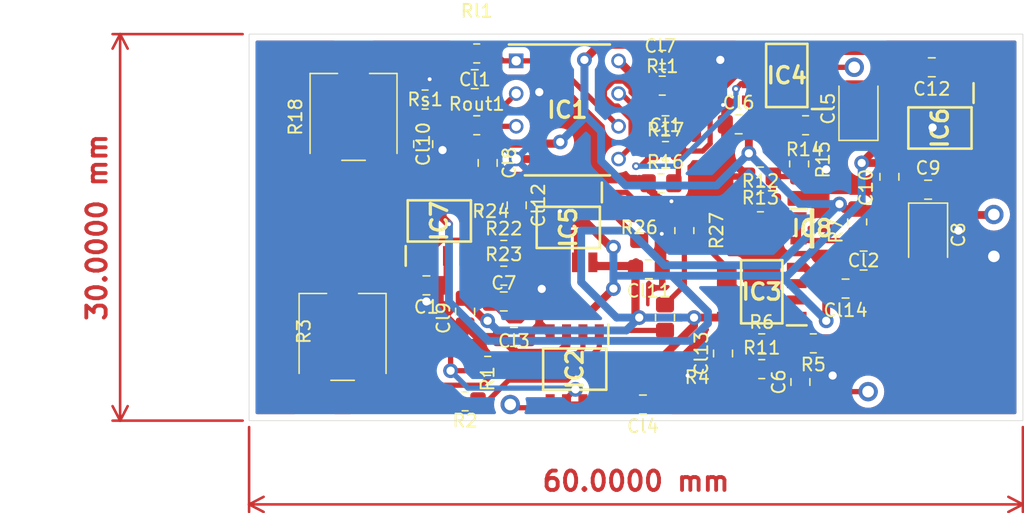
<source format=kicad_pcb>
(kicad_pcb (version 20240108) (generator "pcbnew") (generator_version "8.0")
  (layers (0 "F.Cu" signal) (31 "B.Cu" signal) (34 "B.Paste" user) (35 "F.Paste" user) (36 "B.SilkS" user "B.Silkscreen") (37 "F.SilkS" user "F.Silkscreen") (38 "B.Mask" user) (39 "F.Mask" user) (44 "Edge.Cuts" user))
  (net 0 "")
  (net 1 "V+")
  (net 2 "Uout")
  (net 3 "Net-(R2-Pad2)")
  (net 4 "Net-(R12-Pad2)")
  (net 5 "Net-(R18-Pad1)")
  (net 6 "2,5V")
  (net 7 "Uy")
  (net 8 "GND")
  (net 9 "V-")
  (net 10 "Ux")
  (net 11 "Net-(IC1-IOUT)")
  (net 12 "Net-(IC1-RC)")
  (net 13 "Net-(IC1-IREF)")
  (net 14 "Net-(IC1-FOUT)")
  (net 15 "Net-(IC5-INVERTING_INPUT_2)")
  (net 16 "Net-(IC5-OUTPUT_2)")
  (net 17 "Net-(IC1-COMPIN)")
  (net 18 "Net-(IC2-INVERTING_INPUT_2)")
  (net 19 "Net-(IC2-INVERTING_INPUT_1)")
  (net 22 "Net-(IC3-NON-INVERTING_INPUT_2)")
  (net 24 "Net-(IC3-INVERTING_INPUT_2)")
  (net 25 "Net-(IC3-OUTPUT_2)")
  (net 26 "Net-(IC4-INVERTING_INPUT_1)")
  (net 27 "Net-(IC4-INVERTING_INPUT_2)")
  (net 28 "Net-(IC4-NON-INVERTING_INPUT_2)")
  (net 29 "Net-(IC5-INVERTING_INPUT_1)")
  (net 30 "Net-(IC5-OUTPUT_1)")
  (net 31 "Net-(IC2-OUTPUT_1)")
  (net 32 "Net-(IC7-D)")
  (net 33 "Net-(IC6-CAP+)")
  (net 34 "Net-(IC6-CAP-)")
  (net 39 "Net-(IC7-S1)")
  (footprint "Capacitor_SMD:C_0805_2012Metric_Pad1.18x1.45mm_HandSolder" (layer "F.Cu") (at 85.5 91.0375 90)
    (property "Reference" "Cl9")
    (property "Value" "100n")
  )
  (footprint "Resistor_SMD:R_0805_2012Metric_Pad1.20x1.40mm_HandSolder" (layer "F.Cu") (at 101.0375 78.575)
    (property "Reference" "R17")
    (property "Value" "100k")
  )
  (footprint "Resistor_SMD:R_0805_2012Metric_Pad1.20x1.40mm_HandSolder" (layer "F.Cu") (at 108.4 80.555 180)
    (property "Reference" "R13")
    (property "Value" "820")
  )
  (footprint "Resistor_SMD:R_0805_2012Metric_Pad1.20x1.40mm_HandSolder" (layer "F.Cu") (at 87.25 95.25)
    (property "Reference" "R1")
    (property "Value" "100k")
  )
  (footprint "Resistor_SMD:R_0805_2012Metric_Pad1.20x1.40mm_HandSolder" (layer "F.Cu") (at 108.5 95.5)
    (property "Reference" "R11")
    (property "Value" "10k")
  )
  (footprint "Capacitor_SMD:C_0805_2012Metric_Pad1.18x1.45mm_HandSolder" (layer "F.Cu") (at 111.5 96.5 90)
    (property "Reference" "C6")
    (property "Value" "100n")
  )
  (footprint "Capacitor_SMD:C_0805_2012Metric_Pad1.18x1.45mm_HandSolder" (layer "F.Cu") (at 99.75 87.75 180)
    (property "Reference" "Cl11")
    (property "Value" "100u")
  )
  (footprint "Resistor_SMD:R_0805_2012Metric_Pad1.20x1.40mm_HandSolder" (layer "F.Cu") (at 86.4 71)
    (property "Reference" "Rl1")
    (property "Value" "33k")
  )
  (footprint "Capacitor_SMD:C_0805_2012Metric_Pad1.18x1.45mm_HandSolder" (layer "F.Cu") (at 115 89.25 180)
    (property "Reference" "Cl14")
    (property "Value" "100u")
  )
  (footprint "Capacitor_SMD:C_0805_2012Metric_Pad1.18x1.45mm_HandSolder" (layer "F.Cu") (at 101.0375 76.575 180)
    (property "Reference" "Ct1")
    (property "Value" "1u")
  )
  (footprint "Resistor_SMD:R_0805_2012Metric_Pad1.20x1.40mm_HandSolder" (layer "F.Cu") (at 111.4 79.575 -90)
    (property "Reference" "R15")
    (property "Value" "100k")
  )
  (footprint "Resistor_SMD:R_0805_2012Metric_Pad1.20x1.40mm_HandSolder" (layer "F.Cu") (at 99 84.5 90)
    (property "Reference" "R26")
    (property "Value" "10k")
  )
  (footprint "Capacitor_SMD:C_0805_2012Metric_Pad1.18x1.45mm_HandSolder" (layer "F.Cu") (at 121.6875 72.075 180)
    (property "Reference" "C12")
    (property "Value" "10u")
  )
  (footprint "Resistor_SMD:R_0805_2012Metric_Pad1.20x1.40mm_HandSolder" (layer "F.Cu") (at 87.5 83.25 -90)
    (property "Reference" "R24")
    (property "Value" "10k")
  )
  (footprint "Potentiometer_SMD:Potentiometer_ACP_CA6-VSMD_Vertical" (layer "F.Cu") (at 76 93 90)
    (property "Reference" "R3")
    (property "Value" "R_Variable")
  )
  (footprint "Resistor_SMD:R_0805_2012Metric_Pad1.20x1.40mm_HandSolder" (layer "F.Cu") (at 88.5 88.25)
    (property "Reference" "R23")
    (property "Value" "100k")
  )
  (footprint "DG419:SOIC127P600X175-8N" (layer "F.Cu") (at 122.32 76.787 -90)
    (property "Reference" "IC6")
    (property "Value" "ICL7660AIBAZA" (hide yes))
  )
  (footprint "Capacitor_SMD:C_0805_2012Metric_Pad1.18x1.45mm_HandSolder" (layer "F.Cu") (at 82.25 78.0375 -90)
    (property "Reference" "Cl10")
    (property "Value" "100n")
  )
  (footprint "Capacitor_SMD:C_0805_2012Metric_Pad1.18x1.45mm_HandSolder" (layer "F.Cu") (at 89.2875 93)
    (property "Reference" "Cl3")
    (property "Value" "100u")
  )
  (footprint "Capacitor_SMD:C_0805_2012Metric_Pad1.18x1.45mm_HandSolder" (layer "F.Cu") (at 99.2875 98.25 180)
    (property "Reference" "Cl4")
    (property "Value" "100u")
  )
  (footprint "Capacitor_SMD:C_0805_2012Metric_Pad1.18x1.45mm_HandSolder" (layer "F.Cu") (at 106.7125 76.5)
    (property "Reference" "Cl6")
    (property "Value" "100n")
  )
  (footprint "LM331:DIP794W53P254L959H508Q8N" (layer "F.Cu") (at 93.43 75.385)
    (property "Reference" "IC1")
    (property "Value" "LM331N_NOPB" (hide yes))
  )
  (footprint "Capacitor_SMD:C_0805_2012Metric_Pad1.18x1.45mm_HandSolder" (layer "F.Cu") (at 100.7875 71.5)
    (property "Reference" "Cl7")
    (property "Value" "100n")
  )
  (footprint "Capacitor_SMD:C_0805_2012Metric_Pad1.18x1.45mm_HandSolder" (layer "F.Cu") (at 87.25 79.5 -90)
    (property "Reference" "Cl8")
    (property "Value" "100n")
  )
  (footprint "Resistor_SMD:R_0805_2012Metric_Pad1.20x1.40mm_HandSolder" (layer "F.Cu") (at 102.5 84.75 -90)
    (property "Reference" "R27")
    (property "Value" "100k")
  )
  (footprint "Resistor_SMD:R_0805_2012Metric_Pad1.20x1.40mm_HandSolder" (layer "F.Cu") (at 115.9 84.075 90)
    (property "Reference" "R7")
    (property "Value" "820")
  )
  (footprint "Capacitor_Tantalum_SMD:CP_EIA-3528-21_Kemet-B" (layer "F.Cu") (at 121.4 85.075 -90)
    (property "Reference" "C8")
    (property "Value" "100u")
  )
  (footprint "DG419:SOIC127P600X175-8N" (layer "F.Cu") (at 93.5 84.5 -90)
    (property "Reference" "IC5")
    (property "Value" "TS912IDT" (hide yes))
  )
  (footprint "Capacitor_Tantalum_SMD:CP_EIA-3528-21_Kemet-B" (layer "F.Cu") (at 116 75.2875 90)
    (property "Reference" "Cl5")
    (property "Value" "100n")
  )
  (footprint "Capacitor_SMD:C_0805_2012Metric_Pad1.18x1.45mm_HandSolder" (layer "F.Cu") (at 88.5 90.25)
    (property "Reference" "C7")
    (property "Value" "2.2n")
  )
  (footprint "Potentiometer_SMD:Potentiometer_ACP_CA6-VSMD_Vertical" (layer "F.Cu") (at 76.85 75.925 90)
    (property "Reference" "R18")
    (property "Value" "R_Variable")
  )
  (footprint "DG419:SOIC127P600X175-8N" (layer "F.Cu") (at 83.5 84 90)
    (property "Reference" "IC7")
    (property "Value" "DG419DY-T1-E3" (hide yes))
  )
  (footprint "Resistor_SMD:R_0805_2012Metric_Pad1.20x1.40mm_HandSolder" (layer "F.Cu") (at 111.9 76.575 180)
    (property "Reference" "R14")
    (property "Value" "100k")
  )
  (footprint "Resistor_SMD:R_0805_2012Metric_Pad1.20x1.40mm_HandSolder" (layer "F.Cu") (at 85.5 98 180)
    (property "Reference" "R2")
    (property "Value" "20k")
  )
  (footprint "Resistor_SMD:R_0805_2012Metric_Pad1.20x1.40mm_HandSolder" (layer "F.Cu") (at 86.4 76.575)
    (property "Reference" "Rout1")
    (property "Value" "10k")
  )
  (footprint "Resistor_SMD:R_0805_2012Metric_Pad1.20x1.40mm_HandSolder" (layer "F.Cu") (at 88.5 86.25)
    (property "Reference" "R22")
    (property "Value" "11k")
  )
  (footprint "Capacitor_SMD:C_0805_2012Metric_Pad1.18x1.45mm_HandSolder" (layer "F.Cu") (at 82.5 89 180)
    (property "Reference" "C1")
    (property "Value" "200p")
  )
  (footprint "DG419:SOIC127P600X175-8N" (layer "F.Cu") (at 108.5 89.5 180)
    (property "Reference" "IC3")
    (property "Value" "TS912IDT" (hide yes))
  )
  (footprint "DG419:SOIC127P600X175-8N" (layer "F.Cu") (at 110.442 72.71 180)
    (property "Reference" "IC4")
    (property "Value" "TS912IDT" (hide yes))
  )
  (footprint "Capacitor_SMD:C_0805_2012Metric_Pad1.18x1.45mm_HandSolder" (layer "F.Cu") (at 118.4 80.575 90)
    (property "Reference" "C10")
    (property "Value" "10u")
  )
  (footprint "Resistor_SMD:R_0805_2012Metric_Pad1.20x1.40mm_HandSolder" (layer "F.Cu") (at 101 91.5 -90)
    (property "Reference" "R4")
    (property "Value" "100k")
  )
  (footprint "Resistor_SMD:R_0805_2012Metric_Pad1.20x1.40mm_HandSolder" (layer "F.Cu") (at 100.7875 73.5 180)
    (property "Reference" "Rt1")
    (property "Value" "3.3k")
  )
  (footprint "TL431:SOT95P237X112-3N" (layer "F.Cu") (at 112.4 84.575)
    (property "Reference" "IC8")
    (property "Value" "TL431BIDBZR" (hide yes))
  )
  (footprint "Capacitor_SMD:C_0805_2012Metric_Pad1.18x1.45mm_HandSolder" (layer "F.Cu") (at 116.4 87.075 180)
    (property "Reference" "Cl2")
    (property "Value" "4.7u")
  )
  (footprint "Resistor_SMD:R_0805_2012Metric_Pad1.20x1.40mm_HandSolder" (layer "F.Cu") (at 108.4 82.555)
    (property "Reference" "R12")
    (property "Value" "9.1k")
  )
  (footprint "DG419:SOIC127P600X175-8N" (layer "F.Cu") (at 94 95.5 -90)
    (property "Reference" "IC2")
    (property "Value" "TS912IDT" (hide yes))
  )
  (footprint "Resistor_SMD:R_0805_2012Metric_Pad1.20x1.40mm_HandSolder" (layer "F.Cu") (at 82.4 74.575)
    (property "Reference" "Rs1")
    (property "Value" "100k")
  )
  (footprint "Capacitor_SMD:C_0805_2012Metric_Pad1.18x1.45mm_HandSolder" (layer "F.Cu") (at 89.5 82.7875 -90)
    (property "Reference" "Cl12")
    (property "Value" "100u")
  )
  (footprint "Capacitor_SMD:C_0805_2012Metric_Pad1.18x1.45mm_HandSolder" (layer "F.Cu") (at 86.25 73 180)
    (property "Reference" "Cl1")
    (property "Value" "1u")
  )
  (footprint "Capacitor_SMD:C_0805_2012Metric_Pad1.18x1.45mm_HandSolder" (layer "F.Cu") (at 105.5 94.2875 90)
    (property "Reference" "Cl13")
    (property "Value" "100u")
  )
  (footprint "Resistor_SMD:R_0805_2012Metric_Pad1.20x1.40mm_HandSolder" (layer "F.Cu") (at 112.5 93.5 180)
    (property "Reference" "R5")
    (property "Value" "100k")
  )
  (footprint "Capacitor_SMD:C_0805_2012Metric_Pad1.18x1.45mm_HandSolder" (layer "F.Cu") (at 121.4 81.575)
    (property "Reference" "C9")
    (property "Value" "200n")
  )
  (footprint "Resistor_SMD:R_0805_2012Metric_Pad1.20x1.40mm_HandSolder" (layer "F.Cu") (at 108.5 93.5)
    (property "Reference" "R6")
    (property "Value" "100k")
  )
  (footprint "Resistor_SMD:R_0805_2012Metric_Pad1.20x1.40mm_HandSolder" (layer "F.Cu") (at 100.6875 81.075)
    (property "Reference" "R16")
    (property "Value" "100k")
  )
  (gr_rect (start 68.75 69.5) (end 128.75 99.5) (stroke (width 0.05)) (fill none) (layer "Edge.Cuts"))
  (dimension (type aligned) (layer "F.Cu") (pts (xy 68.75 69.5) (xy 68.75 99.5)) (height 10) (gr_text "30,0000 mm" (at 56.95 84.5 90) (layer "F.Cu") (effects (font (size 1.5 1.5) (thickness 0.3)))) (format (prefix "") (suffix "") (units 3) (units_format 1) (precision 4)) (style (thickness 0.2) (arrow_length 1.27) (text_position_mode 0) (extension_height 0.58642) (extension_offset 0.5) keep_text_aligned))
  (dimension (type aligned) (layer "F.Cu") (pts (xy 68.75 99.5) (xy 128.75 99.5)) (height 6.5) (gr_text "60,0000 mm" (at 98.75 104.2 0) (layer "F.Cu") (effects (font (size 1.5 1.5) (thickness 0.3)))) (format (prefix "") (suffix "") (units 3) (units_format 1) (precision 4)) (style (thickness 0.2) (arrow_length 1.27) (text_position_mode 0) (extension_height 0.58642) (extension_offset 0.5) keep_text_aligned))
  (segment (start 96.962 98.212) (end 95.905 98.212) (width 0.6096) (layer "F.Cu") (net 1))
  (segment (start 105.788 92.962) (end 105.5 93.25) (width 0.2) (layer "F.Cu") (net 1))
  (segment (start 120.9375 83.5375) (end 120.475 83.075) (width 0.2) (layer "F.Cu") (net 1))
  (segment (start 95.693 87.5) (end 98.4615 87.5) (width 0.635) (layer "F.Cu") (net 1))
  (segment (start 85.3625 77.1125) (end 85.3625 76.6125) (width 0.635) (layer "F.Cu") (net 1))
  (segment (start 126.4625 83.5375) (end 126.5 83.5) (width 0.2) (layer "F.Cu") (net 1))
  (segment (start 121.4 83.5375) (end 120.9375 83.5375) (width 0.2) (layer "F.Cu") (net 1))
  (segment (start 92.75 78) (end 87.7125 78) (width 0.635) (layer "F.Cu") (net 1))
  (segment (start 121.4 83.5375) (end 122.4375 82.5) (width 0.6096) (layer "F.Cu") (net 1))
  (segment (start 98.7125 87.75) (end 98.7125 91.2125) (width 0.635) (layer "F.Cu") (net 1))
  (segment (start 99.25 71) (end 99.75 71.5) (width 0.635) (layer "F.Cu") (net 1))
  (segment (start 107.5 74.845) (end 107.73 74.615) (width 0.6096) (layer "F.Cu") (net 1))
  (segment (start 99.75 73.725) (end 99.725 73.75) (width 0.4064) (layer "F.Cu") (net 1))
  (segment (start 121.4 83.5375) (end 126.4625 83.5375) (width 0.6096) (layer "F.Cu") (net 1))
  (segment (start 87.058375 91.746499) (end 85.5 90.188124) (width 0.6096) (layer "F.Cu") (net 1))
  (segment (start 95.405 87.212) (end 95.693 87.5) (width 0.635) (layer "F.Cu") (net 1))
  (segment (start 116.3625 83.5375) (end 115.9 83.075) (width 0.2) (layer "F.Cu") (net 1))
  (segment (start 96.117 98) (end 95.905 98.212) (width 0.2) (layer "F.Cu") (net 1))
  (segment (start 107.7275 74.6125) (end 107.73 74.615) (width 0.2) (layer "F.Cu") (net 1))
  (segment (start 85.3625 76.6125) (end 85.4 76.575) (width 0.2) (layer "F.Cu") (net 1))
  (segment (start 85.5 90) (end 85.5 86.807) (width 0.6096) (layer "F.Cu") (net 1))
  (segment (start 99.874376 95.5) (end 97.25 95.5) (width 0.6096) (layer "F.Cu") (net 1))
  (segment (start 122.4375 82.5) (end 122.4375 81.575) (width 0.6096) (layer "F.Cu") (net 1))
  (segment (start 124.225 79.499) (end 124.225 79.7875) (width 0.2) (layer "F.Cu") (net 1))
  (segment (start 87.25 78.25) (end 86.5 78.25) (width 0.635) (layer "F.Cu") (net 1))
  (segment (start 99.6875 73.5375) (end 99.725 73.575) (width 0.2) (layer "F.Cu") (net 1))
  (segment (start 86.5 78.25) (end 85.3625 77.1125) (width 0.635) (layer "F.Cu") (net 1))
  (segment (start 99.75 72.75) (end 99.75 73.725) (width 0.635) (layer "F.Cu") (net 1))
  (segment (start 97 98.25) (end 96.962 98.212) (width 0.6096) (layer "F.Cu") (net 1))
  (segment (start 115.9 83.075) (end 114.9125 83.075) (width 0.6096) (layer "F.Cu") (net 1))
  (segment (start 105.788 91.405) (end 105.788 92.962) (width 0.635) (layer "F.Cu") (net 1))
  (segment (start 107.5 76.75) (end 107.75 76.5) (width 0.6096) (layer "F.Cu") (net 1))
  (segment (start 99.75 71.5) (end 99.75 72.75) (width 0.635) (layer "F.Cu") (net 1))
  (segment (start 85.5 86.807) (end 85.405 86.712) (width 0.6096) (layer "F.Cu") (net 1))
  (segment (start 120.475 83.075) (end 115.9 83.075) (width 0.6096) (layer "F.Cu") (net 1))
  (segment (start 94.75 71.5) (end 95.9325 70.3175) (width 0.635) (layer "F.Cu") (net 1))
  (segment (start 124.225 81.275) (end 123.925 81.575) (width 0.6096) (layer "F.Cu") (net 1))
  (segment (start 105.693 91.5) (end 105.788 91.405) (width 0.6096) (layer "F.Cu") (net 1))
  (segment (start 98.575 72.75) (end 97.4 71.575) (width 0.635) (layer "F.Cu") (net 1))
  (segment (start 97.25 95.5) (end 97.25 98) (width 0.6096) (layer "F.Cu") (net 1))
  (segment (start 124.225 79.7875) (end 124.225 81.275) (width 0.6096) (layer "F.Cu") (net 1))
  (segment (start 97.25 98) (end 97 98.25) (width 0.6096) (layer "F.Cu") (net 1))
  (segment (start 107.75 76.5) (end 107.75 74.635) (width 0.6096) (layer "F.Cu") (net 1))
  (segment (start 99.75 72.75) (end 98.575 72.75) (width 0.635) (layer "F.Cu") (net 1))
  (segment (start 97 98.25) (end 98.25 98.25) (width 0.6096) (layer "F.Cu") (net 1))
  (segment (start 98.7125 91.2125) (end 99 91.5) (width 0.635) (layer "F.Cu") (net 1))
  (segment (start 114.9125 83.075) (end 114.5263 82.6888) (width 0.6096) (layer "F.Cu") (net 1))
  (segment (start 103.25 91.5) (end 105.693 91.5) (width 0.6096) (layer "F.Cu") (net 1))
  (segment (start 95.9325 70.3175) (end 99.25 70.3175) (width 0.635) (layer "F.Cu") (net 1))
  (segment (start 98.4615 87.5) (end 98.7495 87.212) (width 0.635) (layer "F.Cu") (net 1))
  (segment (start 107.75 74.635) (end 107.73 74.615) (width 0.6096) (layer "F.Cu") (net 1))
  (segment (start 87.25 78.25) (end 87.25 78.4625) (width 0.4064) (layer "F.Cu") (net 1))
  (segment (start 103.25 91.5) (end 103.25 92.124376) (width 0.6096) (layer "F.Cu") (net 1))
  (segment (start 123.925 81.575) (end 122.4375 81.575) (width 0.6096) (layer "F.Cu") (net 1))
  (segment (start 85.5 90.188124) (end 85.5 90) (width 0.6096) (layer "F.Cu") (net 1))
  (segment (start 107.5 78.75) (end 107.5 76.75) (width 0.6096) (layer "F.Cu") (net 1))
  (segment (start 87.245129 91.746499) (end 87.058375 91.746499) (width 0.6096) (layer "F.Cu") (net 1))
  (segment (start 92.875 77.875) (end 92.75 78) (width 0.635) (layer "F.Cu") (net 1))
  (segment (start 87.7125 78) (end 87.25 78.4625) (width 0.635) (layer "F.Cu") (net 1))
  (segment (start 87.6825 78.33) (end 87.4375 78.575) (width 0.2) (layer "F.Cu") (net 1))
  (segment (start 105.5375 91.6555) (end 105.788 91.405) (width 0.2) (layer "F.Cu") (net 1))
  (segment (start 99.25 70.3175) (end 99.25 71) (width 0.635) (layer "F.Cu") (net 1))
  (segment (start 103.25 92.124376) (end 99.874376 95.5) (width 0.6096) (layer "F.Cu") (net 1))
  (via blind (at 103.25 91.5) (size 1.143) (drill 0.635) (layers "F.Cu" "B.Cu") (net 1))
  (via blind (at 114.5263 82.6888) (size 1.143) (drill 0.635) (layers "F.Cu" "B.Cu") (net 1))
  (via (at 92.875 77.875) (size 1.143) (drill 0.635) (layers "F.Cu" "B.Cu") (net 1))
  (via blind (at 94.75 71.5) (size 1.143) (drill 0.635) (layers "F.Cu" "B.Cu") (net 1))
  (via blind (at 107.5 78.75) (size 1.143) (drill 0.635) (layers "F.Cu" "B.Cu") (net 1))
  (via blind (at 87.245129 91.746499) (size 1.143) (drill 0.635) (layers "F.Cu" "B.Cu") (net 1))
  (via (at 126.5 83.5) (size 1.5) (drill 0.9) (layers "F.Cu" "B.Cu") (net 1))
  (via blind (at 99 91.5) (size 1.143) (drill 0.635) (layers "F.Cu" "B.Cu") (net 1))
  (segment (start 111.4388 82.6888) (end 107.5 78.75) (width 0.6096) (layer "B.Cu") (net 1))
  (segment (start 100.9404 87.4404) (end 109.7747 87.4404) (width 0.6096) (layer "B.Cu") (net 1))
  (segment (start 94.75 75.75) (end 96.0452 77.0452) (width 0.6096) (layer "B.Cu") (net 1))
  (segment (start 98.25 84.75) (end 100.9404 87.4404) (width 0.6096) (layer "B.Cu") (net 1))
  (segment (start 96.0452 79.353126) (end 97.942074 81.25) (width 0.6096) (layer "B.Cu") (net 1))
  (segment (start 98.000062 92.499938) (end 99 91.5) (width 0.6096) (layer "B.Cu") (net 1))
  (segment (start 103.25 91.5) (end 102.25 91.5) (width 0.6096) (layer "B.Cu") (net 1))
  (segment (start 109.7747 87.4404) (end 114.5263 82.6888) (width 0.6096) (layer "B.Cu") (net 1))
  (segment (start 114.5263 82.6888) (end 111.4388 82.6888) (width 0.6096) (layer "B.Cu") (net 1))
  (segment (start 95 92.499938) (end 98.000062 92.499938) (width 0.6096) (layer "B.Cu") (net 1))
  (segment (start 94.5 88.75) (end 94.5 84.75) (width 0.6096) (layer "B.Cu") (net 1))
  (segment (start 96.0452 77.0452) (end 96.0452 79.353126) (width 0.6096) (layer "B.Cu") (net 1))
  (segment (start 87.998568 92.499938) (end 95 92.499938) (width 0.6096) (layer "B.Cu") (net 1))
  (segment (start 97.25 91.5) (end 94.5 88.75) (width 0.6096) (layer "B.Cu") (net 1))
  (segment (start 105 81.25) (end 107.5 78.75) (width 0.6096) (layer "B.Cu") (net 1))
  (segment (start 94.5 84.75) (end 98.25 84.75) (width 0.6096) (layer "B.Cu") (net 1))
  (segment (start 87.245129 91.746499) (end 87.998568 92.499938) (width 0.6096) (layer "B.Cu") (net 1))
  (segment (start 97.942074 81.25) (end 105 81.25) (width 0.6096) (layer "B.Cu") (net 1))
  (segment (start 94.75 76) (end 92.875 77.875) (width 0.6096) (layer "B.Cu") (net 1))
  (segment (start 94.75 71.5) (end 94.75 76) (width 0.6096) (layer "B.Cu") (net 1))
  (segment (start 102.25 91.5) (end 99 91.5) (width 0.6096) (layer "B.Cu") (net 1))
  (segment (start 102.25 91.5) (end 97.25 91.5) (width 0.6096) (layer "B.Cu") (net 1))
  (segment (start 94.75 71.5) (end 94.75 75.75) (width 0.6096) (layer "B.Cu") (net 1))
  (segment (start 109.5 96.75) (end 110.2875 97.5375) (width 0.4064) (layer "F.Cu") (net 2))
  (segment (start 111.7125 97.75) (end 111.5 97.5375) (width 0.4064) (layer "F.Cu") (net 2))
  (segment (start 114.25 97.75) (end 111.7125 97.75) (width 0.4064) (layer "F.Cu") (net 2))
  (segment (start 114.75 97.25) (end 116.75 97.25) (width 0.4064) (layer "F.Cu") (net 2))
  (segment (start 109.5 95.5375) (end 109.5 96.75) (width 0.4064) (layer "F.Cu") (net 2))
  (segment (start 110.2875 97.5375) (end 111.5 97.5375) (width 0.4064) (layer "F.Cu") (net 2))
  (segment (start 109.5 95.5) (end 109.5 95.5375) (width 0.2) (layer "F.Cu") (net 2))
  (segment (start 114.25 97.75) (end 114.75 97.25) (width 0.4064) (layer "F.Cu") (net 2))
  (via (at 116.75 97.25) (size 1.5) (drill 0.9) (layers "F.Cu" "B.Cu") (net 2))
  (segment (start 78.575 97.75) (end 84.25 97.75) (width 0.4064) (layer "F.Cu") (net 3))
  (segment (start 78.15 97.325) (end 78.575 97.75) (width 0.4064) (layer "F.Cu") (net 3))
  (segment (start 84.25 97.75) (end 84.5 98) (width 0.4064) (layer "F.Cu") (net 3))
  (segment (start 111.38 80.555) (end 111.4 80.575) (width 0.4064) (layer "F.Cu") (net 4))
  (segment (start 109.4 80.555) (end 111.38 80.555) (width 0.4064) (layer "F.Cu") (net 4))
  (segment (start 109.44 80.595) (end 109.4 80.555) (width 0.4064) (layer "F.Cu") (net 4))
  (segment (start 109.4 80.555) (end 109.4 82.555) (width 0.4064) (layer "F.Cu") (net 4))
  (segment (start 81 78.5) (end 79.675 79.825) (width 0.4064) (layer "F.Cu") (net 5))
  (segment (start 81 74.975) (end 81 78.5) (width 0.4064) (layer "F.Cu") (net 5))
  (segment (start 81.4 74.575) (end 81 74.975) (width 0.4064) (layer "F.Cu") (net 5))
  (segment (start 79.675 79.825) (end 79.15 79.825) (width 0.4064) (layer "F.Cu") (net 5))
  (segment (start 115.9 85.075) (end 115.45 85.525) (width 0.2) (layer "F.Cu") (net 6))
  (segment (start 108.845 84) (end 107.4 82.555) (width 0.4064) (layer "F.Cu") (net 6))
  (segment (start 115.9 86.5375) (end 115.3625 87.075) (width 0.4064) (layer "F.Cu") (net 6))
  (segment (start 111.35 83.625) (end 110.975 84) (width 0.4064) (layer "F.Cu") (net 6))
  (segment (start 115.45 85.525) (end 111.35 85.525) (width 0.4064) (layer "F.Cu") (net 6))
  (segment (start 115.9 85.075) (end 115.9 86.5375) (width 0.4064) (layer "F.Cu") (net 6))
  (segment (start 110.975 84) (end 108.845 84) (width 0.4064) (layer "F.Cu") (net 6))
  (segment (start 111.35 83.625) (end 111.35 85.525) (width 0.4064) (layer "F.Cu") (net 6))
  (segment (start 89.25 98.5) (end 91.807 98.5) (width 0.4064) (layer "F.Cu") (net 7))
  (segment (start 89 98.25) (end 89.25 98.5) (width 0.4064) (layer "F.Cu") (net 7))
  (segment (start 91.807 98.5) (end 92.095 98.212) (width 0.4064) (layer "F.Cu") (net 7))
  (via (at 89 98.25) (size 1.5) (drill 0.9) (layers "F.Cu" "B.Cu") (net 7))
  (segment (start 107.4 80.555) (end 105.48 82.475) (width 0.6096) (layer "F.Cu") (net 8))
  (segment (start 95.25 79.25) (end 92.25 79.25) (width 0.6096) (layer "F.Cu") (net 8))
  (segment (start 118.4375 81.575) (end 118.4 81.6125) (width 0.2) (layer "F.Cu") (net 8))
  (segment (start 83.975 71) (end 85.4 71) (width 0.6096) (layer "F.Cu") (net 8))
  (segment (start 113.6375 80.1375) (end 113.5 80) (width 0.4064) (layer "F.Cu") (net 8))
  (segment (start 92.25 79.25) (end 92.195 79.195) (width 0.6096) (layer "F.Cu") (net 8))
  (segment (start 121.685 74.4875) (end 121.75 74.5525) (width 0.4064) (layer "F.Cu") (net 8))
  (segment (start 85.2125 73) (end 83.5 73) (width 0.635) (layer "F.Cu") (net 8))
  (segment (start 100.7875 85.0375) (end 100.75 85) (width 0.635) (layer "F.Cu") (net 8))
  (segment (start 103.7793 76.3125) (end 103.5168 76.575) (width 0.635) (layer "F.Cu") (net 8))
  (segment (start 105.48 82.475) (end 100.725 82.475) (width 0.6096) (layer "F.Cu") (net 8))
  (segment (start 121.75 74.5525) (end 121.75 76.75) (width 0.635) (layer "F.Cu") (net 8))
  (segment (start 92.865 83.2436) (end 92.865 81.788) (width 0.635) (layer "F.Cu") (net 8))
  (segment (start 118.5 86.6125) (end 117.9 86.6125) (width 0.6096) (layer "F.Cu") (net 8))
  (segment (start 113.0375 95.4625) (end 113.5 95) (width 0.6096) (layer "F.Cu") (net 8))
  (segment (start 105.7975 78.9525) (end 107.4 80.555) (width 0.6096) (layer "F.Cu") (net 8))
  (segment (start 88.25 93) (end 88.530692 93) (width 0.4064) (layer "F.Cu") (net 8))
  (segment (start 104 98.25) (end 105.5 96.75) (width 0.635) (layer "F.Cu") (net 8))
  (segment (start 86.425 93) (end 88.25 93) (width 0.6096) (layer "F.Cu") (net 8))
  (segment (start 99.6875 81.775) (end 99.6875 81.075) (width 0.2) (layer "F.Cu") (net 8))
  (segment (start 120.3625 81.575) (end 118.4375 81.575) (width 0.6096) (layer "F.Cu") (net 8))
  (segment (start 87.25 80.5375) (end 89.4625 80.5375) (width 0.635) (layer "F.Cu") (net 8))
  (segment (start 95.5 79) (end 95.25 79.25) (width 0.6096) (layer "F.Cu") (net 8))
  (segment (start 83.5375 90.25) (end 83.5375 90.961876) (width 0.6096) (layer "F.Cu") (net 8))
  (segment (start 111.5375 95.4625) (end 113.0375 95.4625) (width 0.6096) (layer "F.Cu") (net 8))
  (segment (start 124 86.6125) (end 124 85) (width 0.635) (layer "F.Cu") (net 8))
  (segment (start 91.195 79.305) (end 91.195 79.195) (width 0.635) (layer "F.Cu") (net 8))
  (segment (start 91.5 89.25) (end 91.468874 89.25) (width 0.4064) (layer "F.Cu") (net 8))
  (segment (start 102.75 97) (end 104 98.25) (width 0.635) (layer "F.Cu") (net 8))
  (segment (start 101.5375 71.5) (end 101.7875 71.5) (width 0.635) (layer "F.Cu") (net 8))
  (segment (start 91.595 87.212) (end 91.595 89.155) (width 0.635) (layer "F.Cu") (net 8))
  (segment (start 92.865 80.865) (end 92.865 81.788) (width 0.4064) (layer "F.Cu") (net 8))
  (segment (start 89.5 80.5) (end 89.5 81.75) (width 0.635) (layer "F.Cu") (net 8))
  (segment (start 118.4 81.6125) (end 118.4 82.1125) (width 0.2) (layer "F.Cu") (net 8))
  (segment (start 121.685 74.075) (end 121.685 74.4875) (width 0.2) (layer "F.Cu") (net 8))
  (segment (start 105.675 76.5) (end 105.675 75.175) (width 0.635) (layer "F.Cu") (net 8))
  (segment (start 89.5 80.5) (end 90 80.5) (width 0.635) (layer "F.Cu") (net 8))
  (segment (start 91.468874 89.25) (end 91.443574 89.2753) (width 0.4064) (layer "F.Cu") (net 8))
  (segment (start 121.4 86.6125) (end 124 86.6125) (width 0.6096) (layer "F.Cu") (net 8))
  (segment (start 99.3625 81.075) (end 99.013 80.7255) (width 0.6096) (layer "F.Cu") (net 8))
  (segment (start 92.7753 94.2298) (end 93.365 93.6401) (width 0.6096) (layer "F.Cu") (net 8))
  (segment (start 83.5 73) (end 82.75 73) (width 0.635) (layer "F.Cu") (net 8))
  (segment (start 92.195 79.195) (end 91.195 79.195) (width 0.6096) (layer "F.Cu") (net 8))
  (segment (start 121.685 74.4875) (end 121.9 74.7025) (width 0.2) (layer "F.Cu") (net 8))
  (segment (start 76.85 71.6) (end 77.275 71.175) (width 0.6096) (layer "F.Cu") (net 8))
  (segment (start 92.865 80.9359) (end 92.865 81.3455) (width 0.6096) (layer "F.Cu") (net 8))
  (segment (start 76.85 71.325) (end 76.85 71.6) (width 0.2) (layer "F.Cu") (net 8))
  (segment (start 118.4 81.6125) (end 113.6375 81.6125) (width 0.6096) (layer "F.Cu") (net 8))
  (segment (start 118.4 81.6125) (end 118.4 81.940256) (width 0.2) (layer "F.Cu") (net 8))
  (segment (start 95.5 79.5) (end 96.7255 80.7255) (width 0.6096) (layer "F.Cu") (net 8))
  (segment (start 111.5 95.4625) (end 111.5375 95.4625) (width 0.2) (layer "F.Cu") (net 8))
  (segment (start 83.8 71.175) (end 83.975 71) (width 0.6096) (layer "F.Cu") (net 8))
  (segment (start 95.5 79) (end 95.5 79.5) (width 0.6096) (layer "F.Cu") (net 8))
  (segment (start 89.46 79.195) (end 91.195 79.195) (width 0.6096) (layer "F.Cu") (net 8))
  (segment (start 99.6875 81.075) (end 99.3625 81.075) (width 0.2) (layer "F.Cu") (net 8))
  (segment (start 83.5375 89) (end 83.5375 90.25) (width 0.6096) (layer "F.Cu") (net 8))
  (segment (start 113.6375 81.6125) (end 113.6375 80.1375) (width 0.635) (layer "F.Cu") (net 8))
  (segment (start 84.650624 92.075) (end 85.5 92.075) (width 0.6096) (layer "F.Cu") (net 8))
  (segment (start 105.2875 71.5) (end 103.7793 73.0082) (width 0.635) (layer "F.Cu") (net 8))
  (segment (start 117.4375 93.3125) (end 117.25 93.5) (width 0.6096) (layer "F.Cu") (net 8))
  (segment (start 90 80.5) (end 91.195 79.305) (width 0.635) (layer "F.Cu") (net 8))
  (segment (start 85.4 72.5375) (end 85.3625 72.575) (width 0.2) (layer "F.Cu") (net 8))
  (segment (start 116 76.825) (end 116 77.5) (width 0.635) (layer "F.Cu") (net 8))
  (segment (start 102.075 76.3125) (end 102.075 76.575) (width 0.4064) (layer "F.Cu") (net 8))
  (segment (start 113.45 81.8) (end 113.45 84.575) (width 0.6096) (layer "F.Cu") (net 8))
  (segment (start 89.4625 80.5375) (end 89.5 80.5) (width 0.635) (layer "F.Cu") (net 8))
  (segment (start 88.25 93) (end 89.4798 94.2298) (width 0.6096) (layer "F.Cu") (net 8))
  (segment (start 124 86.6125) (end 126.3625 86.6125) (width 0.6096) (layer "F.Cu") (net 8))
  (segment (start 83.75 78.5) (end 82.25 77) (width 0.6096) (layer "F.Cu") (net 8))
  (segment (start 93.365 93.6401) (end 93.365 92.788) (width 0.6096) (layer "F.Cu") (net 8))
  (segment (start 105.2875 71.5) (end 101.825 71.5) (width 0.635) (layer "F.Cu") (net 8))
  (segment (start 85.4 72.5375) (end 85.4 71) (width 0.6096) (layer "F.Cu") (net 8))
  (segment (start 117.9 86.6125) (end 117.4375 87.075) (width 0.2) (layer "F.Cu") (net 8))
  (segment (start 100.725 82.475) (end 99.6875 81.4375) (width 0.6096) (layer "F.Cu") (net 8))
  (segment (start 100.325 98.25) (end 104 98.25) (width 0.635) (layer "F.Cu") (net 8))
  (segment (start 92.865 81.3455) (end 92.865 81.788) (width 0.2) (layer "F.Cu") (net 8))
  (segment (start 117.1875 89.25) (end 117.4375 89) (width 0.635) (layer "F.Cu") (net 8))
  (segment (start 89.4798 94.2298) (end 92.7753 94.2298) (width 0.6096) (layer "F.Cu") (net 8))
  (segment (start 96.7255 80.7255) (end 98.7255 80.7255) (width 0.6096) (layer "F.Cu") (net 8))
  (segment (start 84.135 88.4025) (end 83.5375 89) (width 0.6096) (layer "F.Cu") (net 8))
  (segment (start 91.595 89.155) (end 91.5 89.25) (width 0.4064) (layer "F.Cu") (net 8))
  (segment (start 95.5 78.25) (end 91.25 74) (width 0.635) (layer "F.Cu") (net 8))
  (segment (start 103.5168 76.575) (end 102.075 76.575) (width 0.635) (layer "F.Cu") (net 8))
  (segment (start 117.25 93.5) (end 113.5 93.5) (width 0.6096) (layer "F.Cu") (net 8))
  (segment (start 95.5 79) (end 95.5 78.25) (width 0.635) (layer "F.Cu") (net 8))
  (segment (start 117.4375 89) (end 117.4375 93.3125) (width 0.6096) (layer "F.Cu") (net 8))
  (segment (start 113.0375 95.4625) (end 113.4625 95.4625) (width 0.4064) (layer "F.Cu") (net 8))
  (segment (start 113.4625 95.4625) (end 114 96) (width 0.4064) (layer "F.Cu") (net 8))
  (segment (start 113.6375 81.6125) (end 113.45 81.8) (width 0.6096) (layer "F.Cu") (net 8))
  (segment (start 121.4 86.6125) (end 118.5 86.6125) (width 0.6096) (layer "F.Cu") (net 8))
  (segment (start 116 77.5) (end 113.5 80) (width 0.635) (layer "F.Cu") (net 8))
  (segment (start 83.5375 90.961876) (end 84.650624 92.075) (width 0.6096) (layer "F.Cu") (net 8))
  (segment (start 100.7875 87.75) (end 100.7875 85.0375) (width 0.635) (layer "F.Cu") (net 8))
  (segment (start 85.5 92.075) (end 86.425 93) (width 0.6096) (layer "F.Cu") (net 8))
  (segment (start 105.675 78.83) (end 105.675 76.5) (width 0.635) (layer "F.Cu") (net 8))
  (segment (start 105.7975 78.9525) (end 105.675 78.83) (width 0.635) (layer "F.Cu") (net 8))
  (segment (start 105.675 75.175) (end 105.5 75) (width 0.635) (layer "F.Cu") (net 8))
  (segment (start 102.75 96) (end 102.75 97) (width 0.635) (layer "F.Cu") (net 8))
  (segment (start 113.5 95) (end 113.5 93.5) (width 0.6096) (layer "F.Cu") (net 8))
  (segment (start 117.4375 87.075) (end 117.4375 89) (width 0.6096) (layer "F.Cu") (net 8))
  (segment (start 118.4 81.575) (end 118.4 81.6125) (width 0.2) (layer "F.Cu") (net 8))
  (segment (start 77.275 71.175) (end 83.8 71.175) (width 0.6096) (layer "F.Cu") (net 8))
  (segment (start 83.5375 90.25) (end 82.5 90.25) (width 0.4064) (layer "F.Cu") (net 8))
  (segment (start 116.0375 89.25) (end 117.1875 89.25) (width 0.635) (layer "F.Cu") (net 8))
  (segment (start 84.135 86.712) (end 84.135 88.4025) (width 0.6096) (layer "F.Cu") (net 8))
  (segment (start 126.3625 86.6125) (end 126.5 86.75) (width 0.2) (layer "F.Cu") (net 8))
  (segment (start 103.7793 73.0082) (end 103.7793 76.3125) (width 0.635) (layer "F.Cu") (net 8))
  (segment (start 124 85) (end 123.75 84.75) (width 0.4064) (layer "F.Cu") (net 8))
  (segment (start 105.5 96.75) (end 105.5 95.325) (width 0.635) (layer "F.Cu") (net 8))
  (segment (start 99.6875 81.4375) (end 99.6875 81.075) (width 0.6096) (layer "F.Cu") (net 8))
  (via blind (at 114 96) (size 1.143) (drill 0.635) (layers "F.Cu" "B.Cu") (net 8))
  (via blind (at 113.5 80) (size 1.143) (drill 0.635) (layers "F.Cu" "B.Cu") (net 8))
  (via blind (at 102.75 96) (size 0.6) (drill 0.3) (layers "F.Cu" "B.Cu") (net 8))
  (via (at 126.5 86.75) (size 1.5) (drill 0.9) (layers "F.Cu" "B.Cu") (net 8))
  (via blind (at 91.25 74) (size 1.143) (drill 0.635) (layers "F.Cu" "B.Cu") (net 8))
  (via blind (at 92.865 83.2436) (size 0.6) (drill 0.3) (layers "F.Cu" "B.Cu") (net 8))
  (via blind (at 123.75 84.75) (size 1.143) (drill 0.635) (layers "F.Cu" "B.Cu") (net 8))
  (via blind (at 82.5 90.25) (size 1.143) (drill 0.635) (layers "F.Cu" "B.Cu") (net 8))
  (via blind (at 83.75 78.5) (size 1.143) (drill 0.635) (layers "F.Cu" "B.Cu") (net 8))
  (via blind (at 121.75 76.75) (size 1.143) (drill 0.635) (layers "F.Cu" "B.Cu") (net 8))
  (via blind (at 101.5 82.475) (size 0.6) (drill 0.3) (layers "F.Cu" "B.Cu") (net 8))
  (via blind (at 100.75 85) (size 0.6) (drill 0.3) (layers "F.Cu" "B.Cu") (net 8))
  (via blind (at 91.443574 89.2753) (size 1.143) (drill 0.635) (layers "F.Cu" "B.Cu") (net 8))
  (via blind (at 105.5 75) (size 0.6) (drill 0.3) (layers "F.Cu" "B.Cu") (net 8))
  (via blind (at 82.75 73) (size 0.6) (drill 0.3) (layers "F.Cu" "B.Cu") (net 8))
  (via blind (at 105.2875 71.5) (size 1.143) (drill 0.635) (layers "F.Cu" "B.Cu") (net 8))
  (segment (start 113.5 95.5) (end 114 96) (width 0.635) (layer "B.Cu") (net 8))
  (segment (start 84 79.75) (end 83.75 79.5) (width 0.635) (layer "B.Cu") (net 8))
  (segment (start 113.5 80) (end 115.25 78.25) (width 0.635) (layer "B.Cu") (net 8))
  (segment (start 88.25 75.5) (end 84 79.75) (width 0.635) (layer "B.Cu") (net 8))
  (segment (start 82.5 90.25) (end 82.5 91.001264) (width 0.4064) (layer "B.Cu") (net 8))
  (segment (start 85.25 75.5) (end 88.25 75.5) (width 0.635) (layer "B.Cu") (net 8))
  (segment (start 83.75 79.5) (end 83.75 78.5) (width 0.635) (layer "B.Cu") (net 8))
  (segment (start 82.5 81.25) (end 82.5 90.25) (width 0.635) (layer "B.Cu") (net 8))
  (segment (start 91.25 74.445766) (end 91.25 74) (width 0.4064) (layer "B.Cu") (net 8))
  (segment (start 91.2753 82.75) (end 91.2753 76.579534) (width 0.635) (layer "B.Cu") (net 8))
  (segment (start 82.5 91.001264) (end 86.998736 95.5) (width 0.635) (layer "B.Cu") (net 8))
  (segment (start 115.25 78.25) (end 120.25 78.25) (width 0.635) (layer "B.Cu") (net 8))
  (segment (start 123.75 84.75) (end 123.75 76.75) (width 0.635) (layer "B.Cu") (net 8))
  (segment (start 82.75 73) (end 85.25 75.5) (width 0.635) (layer "B.Cu") (net 8))
  (segment (start 105.5 71.7125) (end 105.5 75) (width 0.635) (layer "B.Cu") (net 8))
  (segment (start 120.25 78.25) (end 121.75 76.75) (width 0.635) (layer "B.Cu") (net 8))
  (segment (start 91.2753 76.579534) (end 90.195766 75.5) (width 0.635) (layer "B.Cu") (net 8))
  (segment (start 100.75 85) (end 100.75 83.225) (width 0.635) (layer "B.Cu") (net 8))
  (segment (start 86.998736 95.5) (end 113.5 95.5) (width 0.635) (layer "B.Cu") (net 8))
  (segment (start 92.865 83.2436) (end 92.3714 82.75) (width 0.635) (layer "B.Cu") (net 8))
  (segment (start 123.75 76.75) (end 121.75 76.75) (width 0.635) (layer "B.Cu") (net 8))
  (segment (start 91.2753 89.107026) (end 91.2753 82.75) (width 0.635) (layer "B.Cu") (net 8))
  (segment (start 84 79.75) (end 82.5 81.25) (width 0.635) (layer "B.Cu") (net 8))
  (segment (start 91.443574 89.2753) (end 91.2753 89.107026) (width 0.4064) (layer "B.Cu") (net 8))
  (segment (start 100.75 83.225) (end 101.5 82.475) (width 0.635) (layer "B.Cu") (net 8))
  (segment (start 90.195766 75.5) (end 88.25 75.5) (width 0.635) (layer "B.Cu") (net 8))
  (segment (start 92.3714 82.75) (end 91.2753 82.75) (width 0.635) (layer "B.Cu") (net 8))
  (segment (start 90.195766 75.5) (end 91.25 74.445766) (width 0.635) (layer "B.Cu") (net 8))
  (segment (start 105.2875 71.5) (end 105.5 71.7125) (width 0.635) (layer "B.Cu") (net 8))
  (segment (start 90.537 92.788) (end 90.325 93) (width 0.2) (layer "F.Cu") (net 9))
  (segment (start 118.4 79.5375) (end 120.3765 79.5375) (width 0.635) (layer "F.Cu") (net 9))
  (segment (start 111.845 87.595) (end 111.212 87.595) (width 0.6096) (layer "F.Cu") (net 9))
  (segment (start 91.25 91.943) (end 92.095 92.788) (width 0.6096) (layer "F.Cu") (net 9))
  (segment (start 82.865 79.69) (end 82.865 81.288) (width 0.635) (layer "F.Cu") (net 9))
  (segment (start 83.75 83.0505) (end 83.75 83.75) (width 0.635) (layer "F.Cu") (net 9))
  (segment (start 91.595 84.0811) (end 91.595 81.788) (width 0.635) (layer "F.Cu") (net 9))
  (segment (start 96.8002 86.0375) (end 94.9388 84.1761) (width 0.635) (layer "F.Cu") (net 9))
  (segment (start 117.555 70.805) (end 113.154 70.805) (width 0.635) (layer "F.Cu") (net 9))
  (segment (start 82.865 81.288) (end 82.865 82.1655) (width 0.635) (layer "F.Cu") (net 9))
  (segment (start 111.3445 87.4625) (end 111.212 87.595) (width 0.2) (layer "F.Cu") (net 9))
  (segment (start 113.9625 89.25) (end 113.5 89.25) (width 0.635) (layer "F.Cu") (net 9))
  (segment (start 118.5 77.25) (end 118.5 73.925) (width 0.6096) (layer "F.Cu") (net 9))
  (segment (start 120.3765 79.5375) (end 120.415 79.499) (width 0.2) (layer "F.Cu") (net 9))
  (segment (start 94.8936 91.3564) (end 91.25 91.3564) (width 0.6096) (layer "F.Cu") (net 9))
  (segment (start 91.883 93) (end 92.095 92.788) (width 0.2) (layer "F.Cu") (net 9))
  (segment (start 83.75 83.75) (end 84.25 84.25) (width 0.635) (layer "F.Cu") (net 9))
  (segment (start 82.25 79.075) (end 82.865 79.69) (width 0.635) (layer "F.Cu") (net 9))
  (segment (start 91.25 91.3564) (end 91.25 91.943) (width 0.6096) (layer "F.Cu") (net 9))
  (segment (start 117.175 73.75) (end 117.75 73.175) (width 0.635) (layer "F.Cu") (net 9))
  (segment (start 117.75 73.175) (end 117.75 71) (width 0.635) (layer "F.Cu") (net 9))
  (segment (start 82.865 82.1655) (end 83.75 83.0505) (width 0.635) (layer "F.Cu") (net 9))
  (segment (start 94.9388 84.1761) (end 89.8511 84.1761) (width 0.635) (layer "F.Cu") (net 9))
  (segment (start 91.25 92.075) (end 90.325 93) (width 0.6096) (layer "F.Cu") (net 9))
  (segment (start 91.5 84.1761) (end 91.595 84.0811) (width 0.635) (layer "F.Cu") (net 9))
  (segment (start 91.4205 81.9625) (end 91.595 81.788) (width 0.2) (layer "F.Cu") (net 9))
  (segment (start 89.8511 84.1761) (end 89.5 83.825) (width 0.635) (layer "F.Cu") (net 9))
  (segment (start 91.25 91.943) (end 91.25 92.075) (width 0.6096) (layer "F.Cu") (net 9))
  (segment (start 97 86.0375) (end 96.8002 86.0375) (width 0.635) (layer "F.Cu") (net 9))
  (segment (start 118.5 73.925) (end 117.75 73.175) (width 0.6096) (layer "F.Cu") (net 9))
  (segment (start 113.5 91.75) (end 113.5 89.25) (width 0.6096) (layer "F.Cu") (net 9))
  (segment (start 116.25 79.5) (end 118.3625 79.5) (width 0.6096) (layer "F.Cu") (net 9))
  (segment (start 97 89.25) (end 94.8936 91.3564) (width 0.6096) (layer "F.Cu") (net 9))
  (segment (start 113.5 89.25) (end 111.845 87.595) (width 0.6096) (layer "F.Cu") (net 9))
  (segment (start 116.25 79.5) (end 118.5 77.25) (width 0.6096) (layer "F.Cu") (net 9))
  (segment (start 116 73.75) (end 117.175 73.75) (width 0.635) (layer "F.Cu") (net 9))
  (segment (start 117.75 71) (end 117.555 70.805) (width 0.635) (layer "F.Cu") (net 9))
  (segment (start 118.3625 79.5) (end 118.4 79.5375) (width 0.6096) (layer "F.Cu") (net 9))
  (via blind (at 113.5 91.75) (size 1.143) (drill 0.635) (layers "F.Cu" "B.Cu") (net 9))
  (via blind (at 84.25 84.25) (size 0.6) (drill 0.3) (layers "F.Cu" "B.Cu") (net 9))
  (via blind (at 97 86.0375) (size 1.143) (drill 0.635) (layers "F.Cu" "B.Cu") (net 9))
  (via blind (at 116.25 79.5) (size 1.143) (drill 0.635) (layers "F.Cu" "B.Cu") (net 9))
  (via blind (at 97 89.25) (size 1.143) (drill 0.635) (layers "F.Cu" "B.Cu") (net 9))
  (segment (start 113.5 91.75) (end 110 88.25) (width 0.6096) (layer "B.Cu") (net 9))
  (segment (start 97.25 88.25) (end 101.522119 88.25) (width 0.6096) (layer "B.Cu") (net 9))
  (segment (start 101.522119 88.25) (end 108.75 88.25) (width 0.6096) (layer "B.Cu") (net 9))
  (segment (start 84.25 90.273489) (end 84.25 84.25) (width 0.6096) (layer "B.Cu") (net 9))
  (segment (start 104.3263 91.054181) (end 104.3263 91.945819) (width 0.6096) (layer "B.Cu") (net 9))
  (segment (start 108.75 88.25) (end 110.487219 88.25) (width 0.6096) (layer "B.Cu") (net 9))
  (segment (start 110.487219 88.25) (end 116.25 82.487219) (width 0.6096) (layer "B.Cu") (net 9))
  (segment (start 110 88.25) (end 108.75 88.25) (width 0.6096) (layer "B.Cu") (net 9))
  (segment (start 101.522119 88.25) (end 104.3263 91.054181) (width 0.6096) (layer "B.Cu") (net 9))
  (segment (start 97 86.0375) (end 97 89.25) (width 0.6096) (layer "B.Cu") (net 9))
  (segment (start 102.962581 93.309538) (end 87.286049 93.309538) (width 0.6096) (layer "B.Cu") (net 9))
  (segment (start 104.3263 91.945819) (end 102.962581 93.309538) (width 0.6096) (layer "B.Cu") (net 9))
  (segment (start 116.25 82.487219) (end 116.25 79.5) (width 0.6096) (layer "B.Cu") (net 9))
  (segment (start 87.286049 93.309538) (end 84.25 90.273489) (width 0.6096) (layer "B.Cu") (net 9))
  (segment (start 113.154 72.075) (end 115.675 72.075) (width 0.4064) (layer "F.Cu") (net 10))
  (via (at 115.675 72.075) (size 1.5) (drill 0.9) (layers "F.Cu" "B.Cu") (net 10))
  (segment (start 87.4 71) (end 87.4 72.8875) (width 0.4064) (layer "F.Cu") (net 11))
  (segment (start 89.46 71.575) (end 92.32 71.575) (width 0.4064) (layer "F.Cu") (net 11))
  (segment (start 87.4 72.8875) (end 87.2875 73) (width 0.4064) (layer "F.Cu") (net 11))
  (segment (start 87.4 71) (end 87.8625 71) (width 0.4064) (layer "F.Cu") (net 11))
  (segment (start 88.4375 71.575) (end 89.46 71.575) (width 0.4064) (layer "F.Cu") (net 11))
  (segment (start 87.8625 71) (end 88.4375 71.575) (width 0.4064) (layer "F.Cu") (net 11))
  (segment (start 92.32 71.575) (end 97.4 76.655) (width 0.4064) (layer "F.Cu") (net 11))
  (segment (start 99.77008 75.4125) (end 98.3682 74.01062) (width 0.4064) (layer "F.Cu") (net 12))
  (segment (start 96.998958 75.0832) (end 97.3332 75.0832) (width 0.4064) (layer "F.Cu") (net 12))
  (segment (start 96.30129 74.385532) (end 96.998958 75.0832) (width 0.4064) (layer "F.Cu") (net 12))
  (segment (start 98.3682 78.2268) (end 97.4 79.195) (width 0.4064) (layer "F.Cu") (net 12))
  (segment (start 101.75 74.825) (end 101.1625 75.4125) (width 0.4064) (layer "F.Cu") (net 12))
  (segment (start 101.7875 73.5) (end 101.7875 74.325) (width 0.4064) (layer "F.Cu") (net 12))
  (segment (start 101.7875 73.75) (end 101.7875 73.5) (width 0.4064) (layer "F.Cu") (net 12))
  (segment (start 97.3332 75.0832) (end 98.3682 76.1182) (width 0.4064) (layer "F.Cu") (net 12))
  (segment (start 101.1625 75.4125) (end 100 76.575) (width 0.4064) (layer "F.Cu") (net 12))
  (segment (start 98.3682 76.1182) (end 98.3682 78.2268) (width 0.4064) (layer "F.Cu") (net 12))
  (segment (start 101.75 74.3625) (end 101.7875 74.325) (width 0.4064) (layer "F.Cu") (net 12))
  (segment (start 98.3682 73.713958) (end 97.801042 73.1468) (width 0.4064) (layer "F.Cu") (net 12))
  (segment (start 101.725 73.75) (end 101.725 74.0375) (width 0.4064) (layer "F.Cu") (net 12))
  (segment (start 101.1625 75.4125) (end 99.77008 75.4125) (width 0.4064) (layer "F.Cu") (net 12))
  (segment (start 96.30129 73.844468) (end 96.30129 74.385532) (width 0.4064) (layer "F.Cu") (net 12))
  (segment (start 96.998958 73.1468) (end 96.30129 73.844468) (width 0.4064) (layer "F.Cu") (net 12))
  (segment (start 102.075 74.0375) (end 101.7875 73.75) (width 0.4064) (layer "F.Cu") (net 12))
  (segment (start 97.801042 73.1468) (end 96.998958 73.1468) (width 0.4064) (layer "F.Cu") (net 12))
  (segment (start 101.75 74.825) (end 101.75 74.3625) (width 0.4064) (layer "F.Cu") (net 12))
  (segment (start 98.3682 74.01062) (end 98.3682 73.713958) (width 0.4064) (layer "F.Cu") (net 12))
  (segment (start 83.4 74.575) (end 83.4686 74.6436) (width 0.4064) (layer "F.Cu") (net 13))
  (segment (start 88.16629 75.40871) (end 89 74.575) (width 0.4064) (layer "F.Cu") (net 13))
  (segment (start 83.4686 74.6436) (end 86.32618 74.6436) (width 0.4064) (layer "F.Cu") (net 13))
  (segment (start 83.86 74.115) (end 83.4 74.575) (width 0.2) (layer "F.Cu") (net 13))
  (segment (start 87.09129 75.40871) (end 88.16629 75.40871) (width 0.4064) (layer "F.Cu") (net 13))
  (segment (start 86.32618 74.6436) (end 87.09129 75.40871) (width 0.4064) (layer "F.Cu") (net 13))
  (segment (start 84.7247 78.096266) (end 84.7247 79.7753) (width 0.4064) (layer "F.Cu") (net 14))
  (segment (start 84.25 77.621566) (end 84.7247 78.096266) (width 0.4064) (layer "F.Cu") (net 14))
  (segment (start 84.25 75.994308) (end 84.25 77.621566) (width 0.4064) (layer "F.Cu") (net 14))
  (segment (start 87.4 76.575) (end 86.2968 75.4718) (width 0.4064) (layer "F.Cu") (net 14))
  (segment (start 86.2968 75.4718) (end 84.772508 75.4718) (width 0.4064) (layer "F.Cu") (net 14))
  (segment (start 84.772508 75.4718) (end 84.25 75.994308) (width 0.4064) (layer "F.Cu") (net 14))
  (segment (start 84.7247 79.7753) (end 84.135 80.365) (width 0.4064) (layer "F.Cu") (net 14))
  (segment (start 84.135 80.365) (end 84.135 81.288) (width 0.4064) (layer "F.Cu") (net 14))
  (segment (start 84.135 80.847488) (end 84.135 81.288) (width 0.2) (layer "F.Cu") (net 14))
  (segment (start 87.4 76.575) (end 87.48 76.655) (width 0.2) (layer "F.Cu") (net 14))
  (segment (start 87.48 76.655) (end 89.46 76.655) (width 0.4064) (layer "F.Cu") (net 14))
  (segment (start 89.780692 91.75) (end 88.9625 91.75) (width 0.4064) (layer "F.Cu") (net 15))
  (segment (start 87.4625 90.25) (end 87.5 90.2125) (width 0.2) (layer "F.Cu") (net 15))
  (segment (start 91.252492 90.2782) (end 89.780692 91.75) (width 0.4064) (layer "F.Cu") (net 15))
  (segment (start 87.9625 88.2875) (end 88 88.25) (width 0.2) (layer "F.Cu") (net 15))
  (segment (start 87.7125 90.5) (end 87.9625 90.25) (width 0.2) (layer "F.Cu") (net 15))
  (segment (start 92.865 87.212) (end 92.865 89.232308) (width 0.4064) (layer "F.Cu") (net 15))
  (segment (start 91.819108 90.2782) (end 91.252492 90.2782) (width 0.4064) (layer "F.Cu") (net 15))
  (segment (start 87.5 90.2125) (end 87.5 88.25) (width 0.4064) (layer "F.Cu") (net 15))
  (segment (start 88.9625 91.75) (end 87.4625 90.25) (width 0.4064) (layer "F.Cu") (net 15))
  (segment (start 92.865 89.232308) (end 91.819108 90.2782) (width 0.4064) (layer "F.Cu") (net 15))
  (segment (start 87.5 88.25) (end 89.5 86.25) (width 0.4064) (layer "F.Cu") (net 15))
  (segment (start 90.75 84.8968) (end 93.8968 84.8968) (width 0.4064) (layer "F.Cu") (net 16))
  (segment (start 89.5 90.2125) (end 89.5375 90.25) (width 0.2) (layer "F.Cu") (net 16))
  (segment (start 94.365 87.712) (end 94.365 87.2695) (width 0.2) (layer "F.Cu") (net 16))
  (segment (start 94.135 86.7995) (end 94.135 87.212) (width 0.2) (layer "F.Cu") (net 16))
  (segment (start 93.8968 84.8968) (end 94.135 85.135) (width 0.4064) (layer "F.Cu") (net 16))
  (segment (start 89.5 88.25) (end 89.5 90.4625) (width 0.4064) (layer "F.Cu") (net 16))
  (segment (start 90.522492 87.227508) (end 90.522492 85.124308) (width 0.4064) (layer "F.Cu") (net 16))
  (segment (start 90.522492 85.124308) (end 90.75 84.8968) (width 0.4064) (layer "F.Cu") (net 16))
  (segment (start 94.135 85.135) (end 94.135 86.7995) (width 0.4064) (layer "F.Cu") (net 16))
  (segment (start 88.1468 84.8968) (end 90.75 84.8968) (width 0.4064) (layer "F.Cu") (net 16))
  (segment (start 87.5 84.25) (end 88.1468 84.8968) (width 0.4064) (layer "F.Cu") (net 16))
  (segment (start 89.5 88.25) (end 90.522492 87.227508) (width 0.4064) (layer "F.Cu") (net 16))
  (segment (start 106.905 73.345) (end 106.5 73.75) (width 0.4064) (layer "F.Cu") (net 17))
  (segment (start 100.0375 78.575) (end 100.0375 78.8125) (width 0.4064) (layer "F.Cu") (net 17))
  (segment (start 99 75.5) (end 97.615 74.115) (width 0.4064) (layer "F.Cu") (net 17))
  (segment (start 99.175 78.575) (end 99 78.4) (width 0.4064) (layer "F.Cu") (net 17))
  (segment (start 107.73 73.345) (end 106.905 73.345) (width 0.4064) (layer "F.Cu") (net 17))
  (segment (start 107.9 73.515) (end 107.9 73.575) (width 0.2) (layer "F.Cu") (net 17))
  (segment (start 97.615 74.115) (end 97.4 74.115) (width 0.4064) (layer "F.Cu") (net 17))
  (segment (start 100.0375 78.8125) (end 99.1 79.75) (width 0.4064) (layer "F.Cu") (net 17))
  (segment (start 99 78.4) (end 99 75.5) (width 0.4064) (layer "F.Cu") (net 17))
  (segment (start 100.0375 78.575) (end 99.175 78.575) (width 0.4064) (layer "F.Cu") (net 17))
  (via blind (at 98.75 79.75) (size 0.6) (drill 0.3) (layers "F.Cu" "B.Cu") (net 17))
  (via blind (at 106.5 73.75) (size 0.6) (drill 0.3) (layers "F.Cu" "B.Cu") (net 17))
  (segment (start 106.5 73.75) (end 106.5 75.019224) (width 0.4064) (layer "B.Cu") (net 17))
  (segment (start 106.5 75.019224) (end 101.769224 79.75) (width 0.4064) (layer "B.Cu") (net 17))
  (segment (start 101.769224 79.75) (end 98.75 79.75) (width 0.4064) (layer "B.Cu") (net 17))
  (segment (start 85.875 95.625) (end 86.25 95.25) (width 0.4064) (layer "F.Cu") (net 18))
  (segment (start 80.3564 82.1064) (end 80.3564 90.49882) (width 0.4064) (layer "F.Cu") (net 18))
  (segment (start 80.3564 90.49882) (end 84.375 94.51742) (width 0.4064) (layer "F.Cu") (net 18))
  (segment (start 94.055243 97.073192) (end 93.365 97.763435) (width 0.4064) (layer "F.Cu") (net 18))
  (segment (start 93.365 97.763435) (end 93.365 98.212) (width 0.4064) (layer "F.Cu") (net 18))
  (segment (start 81.595 81.288) (end 80.962 81.288) (width 0.4064) (layer "F.Cu") (net 18))
  (segment (start 80.962 81.288) (end 80.962 81.5008) (width 0.4064) (layer "F.Cu") (net 18))
  (segment (start 93.365 98.212) (end 94.635 98.212) (width 0.4064) (layer "F.Cu") (net 18))
  (segment (start 84.375 95.625) (end 85.875 95.625) (width 0.4064) (layer "F.Cu") (net 18))
  (segment (start 80.962 81.5008) (end 80.3564 82.1064) (width 0.4064) (layer "F.Cu") (net 18))
  (segment (start 84.375 94.51742) (end 84.375 95.625) (width 0.4064) (layer "F.Cu") (net 18))
  (via blind (at 84.375 95.625) (size 1.143) (drill 0.635) (layers "F.Cu" "B.Cu") (net 18))
  (via blind (at 94.055243 97.073192) (size 1.143) (drill 0.635) (layers "F.Cu" "B.Cu") (net 18))
  (segment (start 84.25 95.5) (end 84.375 95.625) (width 0.4064) (layer "B.Cu") (net 18))
  (segment (start 94.055243 97.073192) (end 93.956751 96.9747) (width 0.4064) (layer "B.Cu") (net 18))
  (segment (start 93.956751 96.9747) (end 85.7247 96.9747) (width 0.4064) (layer "B.Cu") (net 18))
  (segment (start 85.7247 96.9747) (end 84.375 95.625) (width 0.4064) (layer "B.Cu") (net 18))
  (segment (start 93.25 95.25) (end 94.635 93.865) (width 0.4064) (layer "F.Cu") (net 19))
  (segment (start 82.75 96.75) (end 86.75 96.75) (width 0.4064) (layer "F.Cu") (net 19))
  (segment (start 79.75 90.75) (end 82.75 93.75) (width 0.4064) (layer "F.Cu") (net 19))
  (segment (start 94.635 93.2305) (end 94.635 92.788) (width 0.2) (layer "F.Cu") (net 19))
  (segment (start 79.75 88.75) (end 79.75 90.75) (width 0.4064) (layer "F.Cu") (net 19))
  (segment (start 79.675 88.675) (end 79.75 88.75) (width 0.4064) (layer "F.Cu") (net 19))
  (segment (start 88.25 95.25) (end 93.25 95.25) (width 0.4064) (layer "F.Cu") (net 19))
  (segment (start 94.635 93.865) (end 94.635 93.2305) (width 0.4064) (layer "F.Cu") (net 19))
  (segment (start 82.75 93.75) (end 82.75 96.75) (width 0.4064) (layer "F.Cu") (net 19))
  (segment (start 76 88.675) (end 79.675 88.675) (width 0.4064) (layer "F.Cu") (net 19))
  (segment (start 86.75 96.75) (end 88.25 95.25) (width 0.4064) (layer "F.Cu") (net 19))
  (segment (start 102.5 85.75) (end 102.5 89) (width 0.4064) (layer "F.Cu") (net 22))
  (segment (start 103.943 85.75) (end 102.5 85.75) (width 0.4064) (layer "F.Cu") (net 22))
  (segment (start 102.5 89) (end 101 90.5) (width 0.4064) (layer "F.Cu") (net 22))
  (segment (start 105.788 87.595) (end 103.943 85.75) (width 0.4064) (layer "F.Cu") (net 22))
  (segment (start 109.5 92.1645) (end 109.5 93.5) (width 0.4064) (layer "F.Cu") (net 24))
  (segment (start 109.5 93.5) (end 111.5 93.5) (width 0.4064) (layer "F.Cu") (net 24))
  (segment (start 105.788 88.865) (end 106.2005 88.865) (width 0.2) (layer "F.Cu") (net 24))
  (segment (start 106.2005 88.865) (end 109.5 92.1645) (width 0.4064) (layer "F.Cu") (net 24))
  (segment (start 107.5 91.4345) (end 107.5 93.5) (width 0.4064) (layer "F.Cu") (net 25))
  (segment (start 107.5 93.5) (end 107.5 95.5) (width 0.4064) (layer "F.Cu") (net 25))
  (segment (start 106.2005 90.135) (end 107.5 91.4345) (width 0.4064) (layer "F.Cu") (net 25))
  (segment (start 105.788 90.135) (end 106.2005 90.135) (width 0.2) (layer "F.Cu") (net 25))
  (segment (start 113.154 74.615) (end 113.154 73.345) (width 0.4064) (layer "F.Cu") (net 26))
  (segment (start 112.9 74.869) (end 113.154 74.615) (width 0.2) (layer "F.Cu") (net 26))
  (segment (start 112.9 76.575) (end 112.9 74.869) (width 0.4064) (layer "F.Cu") (net 26))
  (segment (start 104.5 78) (end 104.5 74.75) (width 0.4064) (layer "F.Cu") (net 27))
  (segment (start 108.1425 72.075) (end 107.73 72.075) (width 0.2) (layer "F.Cu") (net 27))
  (segment (start 107.175 72.075) (end 107.73 72.075) (width 0.4064) (layer "F.Cu") (net 27))
  (segment (start 103.925 78.575) (end 104.5 78) (width 0.4064) (layer "F.Cu") (net 27))
  (segment (start 104.5 74.75) (end 107.175 72.075) (width 0.4064) (layer "F.Cu") (net 27))
  (segment (start 102.0375 78.575) (end 103.925 78.575) (width 0.4064) (layer "F.Cu") (net 27))
  (segment (start 102.0375 81.075) (end 102.0375 78.575) (width 0.4064) (layer "F.Cu") (net 27))
  (segment (start 111.4 77.075) (end 110.9 76.575) (width 0.2) (layer "F.Cu") (net 28))
  (segment (start 108.6925 70.805) (end 107.73 70.805) (width 0.4064) (layer "F.Cu") (net 28))
  (segment (start 110.9 73.0125) (end 108.6925 70.805) (width 0.4064) (layer "F.Cu") (net 28))
  (segment (start 110.9 76.575) (end 110.9 73.0125) (width 0.4064) (layer "F.Cu") (net 28))
  (segment (start 111.4 78.575) (end 111.4 77.075) (width 0.4064) (layer "F.Cu") (net 28))
  (segment (start 91.291324 80.2279) (end 90.6282 80.891024) (width 0.4064) (layer "F.Cu") (net 29))
  (segment (start 94.8543 83.1043) (end 94.625 82.875) (width 0.4064) (layer "F.Cu") (net 29))
  (segment (start 94.135 82.385) (end 94.135 81.788) (width 0.4064) (layer "F.Cu") (net 29))
  (segment (start 90.6282 80.891024) (end 90.6282 82.364992) (width 0.4064) (layer "F.Cu") (net 29))
  (segment (start 90.252492 82.7407) (end 87.9907 82.7407) (width 0.4064) (layer "F.Cu") (net 29))
  (segment (start 94.135 81.788) (end 94.135 82.2005) (width 0.2) (layer "F.Cu") (net 29))
  (segment (start 99 85.5) (end 96.6043 83.1043) (width 0.4064) (layer "F.Cu") (net 29))
  (segment (start 90.6282 82.364992) (end 90.252492 82.7407) (width 0.4064) (layer "F.Cu") (net 29))
  (segment (start 94.625 82.875) (end 94.135 82.385) (width 0.4064) (layer "F.Cu") (net 29))
  (segment (start 94.625 82.875) (end 94.625 80.375) (width 0.4064) (layer "F.Cu") (net 29))
  (segment (start 94.4779 80.2279) (end 91.291324 80.2279) (width 0.4064) (layer "F.Cu") (net 29))
  (segment (start 96.6043 83.1043) (end 94.8543 83.1043) (width 0.4064) (layer "F.Cu") (net 29))
  (segment (start 94.625 80.375) (end 94.4779 80.2279) (width 0.4064) (layer "F.Cu") (net 29))
  (segment (start 87.9907 82.7407) (end 87.5 82.25) (width 0.4064) (layer "F.Cu") (net 29))
  (segment (start 98.75 82.5) (end 99.748736 82.5) (width 0.4064) (layer "F.Cu") (net 30))
  (segment (start 99.748736 82.5) (end 100.748736 83.5) (width 0.4064) (layer "F.Cu") (net 30))
  (segment (start 99 83.5) (end 99 82.75) (width 0.4064) (layer "F.Cu") (net 30))
  (segment (start 98.038 81.788) (end 95.405 81.788) (width 0.4064) (layer "F.Cu") (net 30))
  (segment (start 100.748736 83.5) (end 102.5 83.5) (width 0.4064) (layer "F.Cu") (net 30))
  (segment (start 99 82.75) (end 98.038 81.788) (width 0.4064) (layer "F.Cu") (net 30))
  (segment (start 88.877492 96.3532) (end 93.3968 96.3532) (width 0.4064) (layer "F.Cu") (net 31))
  (segment (start 86.5 98) (end 87.230692 98) (width 0.4064) (layer "F.Cu") (net 31))
  (segment (start 101 92.5) (end 96.193 92.5) (width 0.4064) (layer "F.Cu") (net 31))
  (segment (start 95.905 93.845) (end 95.905 92.788) (width 0.4064) (layer "F.Cu") (net 31))
  (segment (start 93.3968 96.3532) (end 95.905 93.845) (width 0.4064) (layer "F.Cu") (net 31))
  (segment (start 87.230692 98) (end 88.877492 96.3532) (width 0.4064) (layer "F.Cu") (net 31))
  (segment (start 96.193 92.5) (end 95.905 92.788) (width 0.2) (layer "F.Cu") (net 31))
  (segment (start 81.4625 86.8445) (end 81.595 86.712) (width 0.2) (layer "F.Cu") (net 32))
  (segment (start 81.4625 89) (end 81.4625 86.8445) (width 0.4064) (layer "F.Cu") (net 32))
  (segment (start 122.955 74.075) (end 122.955 72.305) (width 0.4064) (layer "F.Cu") (net 33))
  (segment (start 122.955 72.305) (end 122.725 72.075) (width 0.4064) (layer "F.Cu") (net 33))
  (segment (start 122.725 73.845) (end 122.955 74.075) (width 0.4064) (layer "F.Cu") (net 33))
  (segment (start 120.415 74.075) (end 120.415 72.31) (width 0.4064) (layer "F.Cu") (net 34))
  (segment (start 120.415 72.31) (end 120.65 72.075) (width 0.4064) (layer "F.Cu") (net 34))
  (segment (start 120.65 73.84) (end 120.415 74.075) (width 0.4064) (layer "F.Cu") (net 34))
  (segment (start 82.865 86.712) (end 82.865 86.2995) (width 0.2) (layer "F.Cu") (net 39))
  (segment (start 87 85.75) (end 87.5 86.25) (width 0.4064) (layer "F.Cu") (net 39))
  (segment (start 86.75 85.5) (end 87.5 86.25) (width 0.4064) (layer "F.Cu") (net 39))
  (segment (start 83.6645 85.5) (end 86.75 85.5) (width 0.4064) (layer "F.Cu") (net 39))
  (segment (start 82.865 86.2995) (end 83.6645 85.5) (width 0.4064) (layer "F.Cu") (net 39))
  (zone (net 8) (net_name "GND") (layers "F&B.Cu") (connect_pads (clearance 0.5)) (min_thickness 0.25) (fill yes (thermal_gap 0.5) (thermal_bridge_width 0.5))
    (polygon (pts (xy 68.75 69.5) (xy 128.75 69.5) (xy 128.75 99.5) (xy 68.75 99.5)))
  )
)
</source>
